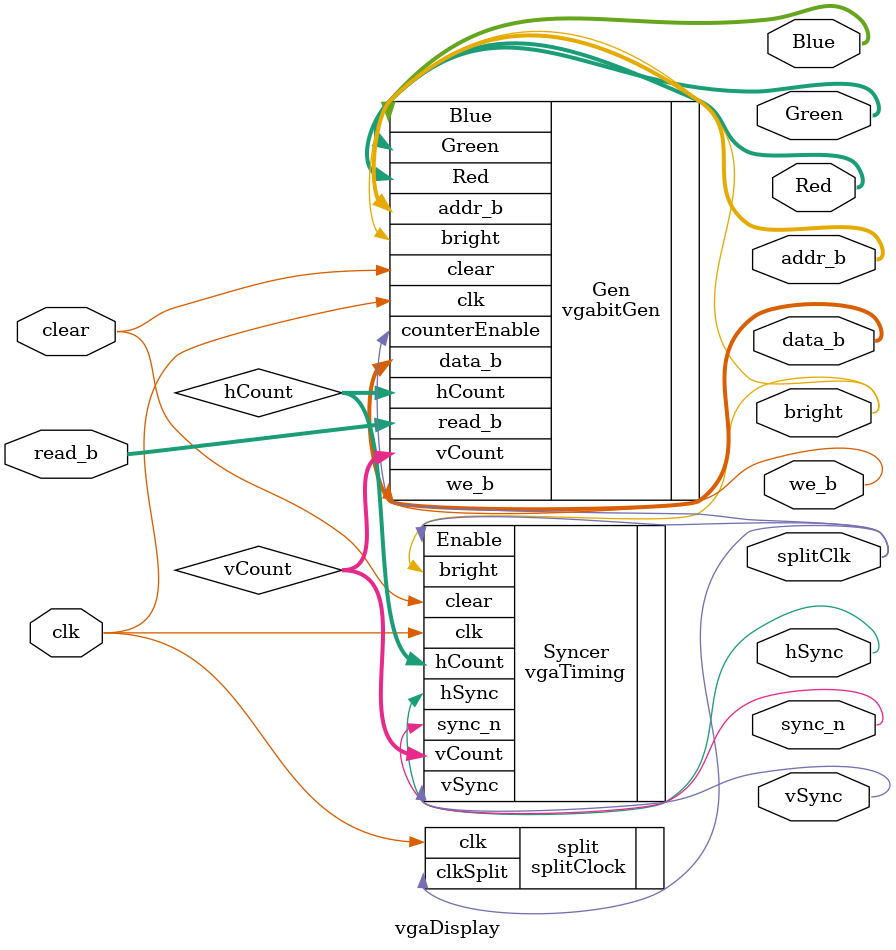
<source format=v>
module vgaDisplay #(parameter DATA_WIDTH=16, parameter ADDR_WIDTH=16)
						(input wire clk, clear, 
						input wire [DATA_WIDTH-1:0] read_b,
						output wire we_b,
						output wire [DATA_WIDTH-1:0] data_b,
						output wire [ADDR_WIDTH-1:0] addr_b,
						output wire hSync, vSync, splitClk, bright, sync_n, 
						output wire [7:0] Red, Green, Blue);
				  
	wire [9:0] hCount;
	wire [9:0] vCount;
	
	//Splits the 50MHz clock into a 25MHz clock.
	splitClock split(.clk(clk), .clkSplit(splitClk));
	
	//Based on the splitClk signal uses the bit counters to set vga signals.
	vgaTiming Syncer(.clk(clk), .clear(clear), .Enable(splitClk), .hSync(hSync), .vSync(vSync), .bright(bright), .hCount(hCount), .vCount(vCount), .sync_n(sync_n));
	
	vgabitGen Gen(.bright(bright), .clk(clk), .clear(clear), .counterEnable(splitClk), .read_b(read_b), .hCount(hCount), .vCount(vCount), .addr_b(addr_b), .we_b(we_b), .data_b(data_b), .Red(Red), .Green(Green), .Blue(Blue));
endmodule 
</source>
